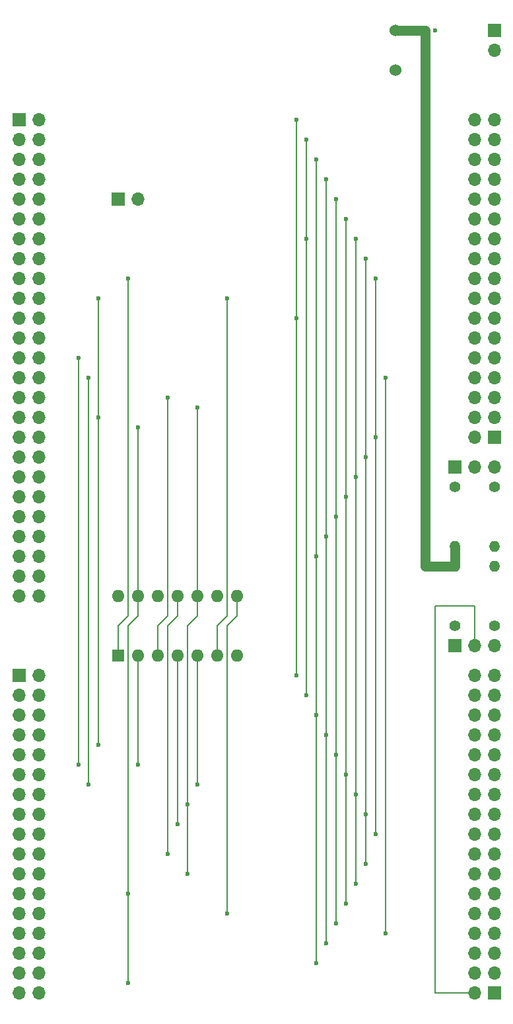
<source format=gbr>
%TF.GenerationSoftware,KiCad,Pcbnew,8.0.4*%
%TF.CreationDate,2024-09-04T22:50:34-05:00*%
%TF.ProjectId,TRS80_Floppy_Adapter,54525338-305f-4466-9c6f-7070795f4164,rev?*%
%TF.SameCoordinates,Original*%
%TF.FileFunction,Copper,L1,Top*%
%TF.FilePolarity,Positive*%
%FSLAX46Y46*%
G04 Gerber Fmt 4.6, Leading zero omitted, Abs format (unit mm)*
G04 Created by KiCad (PCBNEW 8.0.4) date 2024-09-04 22:50:34*
%MOMM*%
%LPD*%
G01*
G04 APERTURE LIST*
%TA.AperFunction,ComponentPad*%
%ADD10R,1.700000X1.700000*%
%TD*%
%TA.AperFunction,ComponentPad*%
%ADD11O,1.700000X1.700000*%
%TD*%
%TA.AperFunction,ComponentPad*%
%ADD12R,1.600000X1.600000*%
%TD*%
%TA.AperFunction,ComponentPad*%
%ADD13O,1.600000X1.600000*%
%TD*%
%TA.AperFunction,ComponentPad*%
%ADD14C,1.400000*%
%TD*%
%TA.AperFunction,ComponentPad*%
%ADD15O,1.400000X1.400000*%
%TD*%
%TA.AperFunction,ComponentPad*%
%ADD16C,1.524000*%
%TD*%
%TA.AperFunction,ViaPad*%
%ADD17C,0.600000*%
%TD*%
%TA.AperFunction,Conductor*%
%ADD18C,1.270000*%
%TD*%
%TA.AperFunction,Conductor*%
%ADD19C,0.200000*%
%TD*%
G04 APERTURE END LIST*
D10*
%TO.P,J3,1,Pin_1*%
%TO.N,Net-(J2-Pin_1)*%
X152400000Y-85090000D03*
D11*
%TO.P,J3,2,Pin_2*%
%TO.N,Net-(J2-Pin_2)*%
X154940000Y-85090000D03*
%TO.P,J3,3,Pin_3*%
%TO.N,Net-(J2-Pin_3)*%
X157480000Y-85090000D03*
%TD*%
D12*
%TO.P,U1,1*%
%TO.N,Net-(TRS80-5inch1-Pin_16)*%
X109220000Y-109220000D03*
D13*
%TO.P,U1,2*%
%TO.N,Net-(PC_5inch2-Pin_14)*%
X111760000Y-109220000D03*
%TO.P,U1,3*%
%TO.N,Net-(PC_5inch2-Pin_10)*%
X114300000Y-109220000D03*
%TO.P,U1,4*%
%TO.N,Net-(TRS80-5inch1-Pin_16)*%
X116840000Y-109220000D03*
%TO.P,U1,5*%
%TO.N,Net-(PC_5inch2-Pin_12)*%
X119380000Y-109220000D03*
%TO.P,U1,6*%
%TO.N,Net-(PC_5inch2-Pin_16)*%
X121920000Y-109220000D03*
%TO.P,U1,7,GND*%
%TO.N,GND*%
X124460000Y-109220000D03*
%TO.P,U1,8*%
%TO.N,Net-(PC_5inch1-Pin_10)*%
X124460000Y-101600000D03*
%TO.P,U1,9*%
%TO.N,Net-(TRS80-5inch1-Pin_16)*%
X121920000Y-101600000D03*
%TO.P,U1,10*%
%TO.N,Net-(PC_5inch1-Pin_14)*%
X119380000Y-101600000D03*
%TO.P,U1,11*%
%TO.N,Net-(PC_5inch1-Pin_16)*%
X116840000Y-101600000D03*
%TO.P,U1,12*%
%TO.N,Net-(TRS80-5inch1-Pin_16)*%
X114300000Y-101600000D03*
%TO.P,U1,13*%
%TO.N,Net-(PC_5inch1-Pin_12)*%
X111760000Y-101600000D03*
%TO.P,U1,14,VCC*%
%TO.N,+5V*%
X109220000Y-101600000D03*
%TD*%
D10*
%TO.P,PC Floppy 1 & 2,1,Pin_1*%
%TO.N,GND*%
X157480000Y-152400000D03*
D11*
%TO.P,PC Floppy 1 & 2,2,Pin_2*%
%TO.N,Net-(J6-Pin_2)*%
X154940000Y-152400000D03*
%TO.P,PC Floppy 1 & 2,3,Pin_3*%
%TO.N,GND*%
X157480000Y-149860000D03*
%TO.P,PC Floppy 1 & 2,4,Pin_4*%
%TO.N,unconnected-(PC_5inch1-Pin_4-Pad4)*%
X154940000Y-149860000D03*
%TO.P,PC Floppy 1 & 2,5,Pin_5*%
%TO.N,GND*%
X157480000Y-147320000D03*
%TO.P,PC Floppy 1 & 2,6,Pin_6*%
%TO.N,unconnected-(PC_5inch1-Pin_6-Pad6)*%
X154940000Y-147320000D03*
%TO.P,PC Floppy 1 & 2,7,Pin_7*%
%TO.N,GND*%
X157480000Y-144780000D03*
%TO.P,PC Floppy 1 & 2,8,Pin_8*%
%TO.N,Net-(PC_5inch1-Pin_8)*%
X154940000Y-144780000D03*
%TO.P,PC Floppy 1 & 2,9,Pin_9*%
%TO.N,GND*%
X157480000Y-142240000D03*
%TO.P,PC Floppy 1 & 2,10,Pin_10*%
%TO.N,Net-(PC_5inch1-Pin_10)*%
X154940000Y-142240000D03*
%TO.P,PC Floppy 1 & 2,11,Pin_11*%
%TO.N,GND*%
X157480000Y-139700000D03*
%TO.P,PC Floppy 1 & 2,12,Pin_12*%
%TO.N,Net-(PC_5inch1-Pin_12)*%
X154940000Y-139700000D03*
%TO.P,PC Floppy 1 & 2,13,Pin_13*%
%TO.N,GND*%
X157480000Y-137160000D03*
%TO.P,PC Floppy 1 & 2,14,Pin_14*%
%TO.N,Net-(PC_5inch1-Pin_14)*%
X154940000Y-137160000D03*
%TO.P,PC Floppy 1 & 2,15,Pin_15*%
%TO.N,GND*%
X157480000Y-134620000D03*
%TO.P,PC Floppy 1 & 2,16,Pin_16*%
%TO.N,Net-(PC_5inch1-Pin_16)*%
X154940000Y-134620000D03*
%TO.P,PC Floppy 1 & 2,17,Pin_17*%
%TO.N,GND*%
X157480000Y-132080000D03*
%TO.P,PC Floppy 1 & 2,18,Pin_18*%
%TO.N,Net-(PC_5inch1-Pin_18)*%
X154940000Y-132080000D03*
%TO.P,PC Floppy 1 & 2,19,Pin_19*%
%TO.N,GND*%
X157480000Y-129540000D03*
%TO.P,PC Floppy 1 & 2,20,Pin_20*%
%TO.N,Net-(PC_5inch1-Pin_20)*%
X154940000Y-129540000D03*
%TO.P,PC Floppy 1 & 2,21,Pin_21*%
%TO.N,GND*%
X157480000Y-127000000D03*
%TO.P,PC Floppy 1 & 2,22,Pin_22*%
%TO.N,Net-(PC_5inch1-Pin_22)*%
X154940000Y-127000000D03*
%TO.P,PC Floppy 1 & 2,23,Pin_23*%
%TO.N,GND*%
X157480000Y-124460000D03*
%TO.P,PC Floppy 1 & 2,24,Pin_24*%
%TO.N,Net-(PC_5inch1-Pin_24)*%
X154940000Y-124460000D03*
%TO.P,PC Floppy 1 & 2,25,Pin_25*%
%TO.N,GND*%
X157480000Y-121920000D03*
%TO.P,PC Floppy 1 & 2,26,Pin_26*%
%TO.N,Net-(PC_5inch1-Pin_26)*%
X154940000Y-121920000D03*
%TO.P,PC Floppy 1 & 2,27,Pin_27*%
%TO.N,GND*%
X157480000Y-119380000D03*
%TO.P,PC Floppy 1 & 2,28,Pin_28*%
%TO.N,Net-(PC_5inch1-Pin_28)*%
X154940000Y-119380000D03*
%TO.P,PC Floppy 1 & 2,29,Pin_29*%
%TO.N,GND*%
X157480000Y-116840000D03*
%TO.P,PC Floppy 1 & 2,30,Pin_30*%
%TO.N,Net-(PC_5inch1-Pin_30)*%
X154940000Y-116840000D03*
%TO.P,PC Floppy 1 & 2,31,Pin_31*%
%TO.N,GND*%
X157480000Y-114300000D03*
%TO.P,PC Floppy 1 & 2,32,Pin_32*%
%TO.N,Net-(PC_5inch1-Pin_32)*%
X154940000Y-114300000D03*
%TO.P,PC Floppy 1 & 2,33,Pin_33*%
%TO.N,GND*%
X157480000Y-111760000D03*
%TO.P,PC Floppy 1 & 2,34,Pin_34*%
%TO.N,Net-(PC_5inch1-Pin_34)*%
X154940000Y-111760000D03*
%TD*%
D14*
%TO.P,R3,1,1*%
%TO.N,Net-(J6-Pin_1)*%
X152400000Y-105410000D03*
D15*
%TO.P,R3,2,2*%
%TO.N,+5V*%
X152400000Y-97790000D03*
%TD*%
D10*
%TO.P,J4,1,Pin_1*%
%TO.N,Net-(J6-Pin_1)*%
X152400000Y-107950000D03*
D11*
%TO.P,J4,2,Pin_2*%
%TO.N,Net-(J6-Pin_2)*%
X154940000Y-107950000D03*
%TO.P,J4,3,Pin_3*%
%TO.N,Net-(J6-Pin_3)*%
X157480000Y-107950000D03*
%TD*%
D10*
%TO.P,PC Floppy 3 & 4,1,Pin_1*%
%TO.N,GND*%
X157480000Y-81280000D03*
D11*
%TO.P,PC Floppy 3 & 4,2,Pin_2*%
%TO.N,Net-(J2-Pin_2)*%
X154940000Y-81280000D03*
%TO.P,PC Floppy 3 & 4,3,Pin_3*%
%TO.N,GND*%
X157480000Y-78740000D03*
%TO.P,PC Floppy 3 & 4,4,Pin_4*%
%TO.N,unconnected-(PC_5inch2-Pin_4-Pad4)*%
X154940000Y-78740000D03*
%TO.P,PC Floppy 3 & 4,5,Pin_5*%
%TO.N,GND*%
X157480000Y-76200000D03*
%TO.P,PC Floppy 3 & 4,6,Pin_6*%
%TO.N,unconnected-(PC_5inch2-Pin_6-Pad6)*%
X154940000Y-76200000D03*
%TO.P,PC Floppy 3 & 4,7,Pin_7*%
%TO.N,GND*%
X157480000Y-73660000D03*
%TO.P,PC Floppy 3 & 4,8,Pin_8*%
%TO.N,Net-(PC_5inch1-Pin_8)*%
X154940000Y-73660000D03*
%TO.P,PC Floppy 3 & 4,9,Pin_9*%
%TO.N,GND*%
X157480000Y-71120000D03*
%TO.P,PC Floppy 3 & 4,10,Pin_10*%
%TO.N,Net-(PC_5inch2-Pin_10)*%
X154940000Y-71120000D03*
%TO.P,PC Floppy 3 & 4,11,Pin_11*%
%TO.N,GND*%
X157480000Y-68580000D03*
%TO.P,PC Floppy 3 & 4,12,Pin_12*%
%TO.N,Net-(PC_5inch2-Pin_12)*%
X154940000Y-68580000D03*
%TO.P,PC Floppy 3 & 4,13,Pin_13*%
%TO.N,GND*%
X157480000Y-66040000D03*
%TO.P,PC Floppy 3 & 4,14,Pin_14*%
%TO.N,Net-(PC_5inch2-Pin_14)*%
X154940000Y-66040000D03*
%TO.P,PC Floppy 3 & 4,15,Pin_15*%
%TO.N,GND*%
X157480000Y-63500000D03*
%TO.P,PC Floppy 3 & 4,16,Pin_16*%
%TO.N,Net-(PC_5inch2-Pin_16)*%
X154940000Y-63500000D03*
%TO.P,PC Floppy 3 & 4,17,Pin_17*%
%TO.N,GND*%
X157480000Y-60960000D03*
%TO.P,PC Floppy 3 & 4,18,Pin_18*%
%TO.N,Net-(PC_5inch1-Pin_18)*%
X154940000Y-60960000D03*
%TO.P,PC Floppy 3 & 4,19,Pin_19*%
%TO.N,GND*%
X157480000Y-58420000D03*
%TO.P,PC Floppy 3 & 4,20,Pin_20*%
%TO.N,Net-(PC_5inch1-Pin_20)*%
X154940000Y-58420000D03*
%TO.P,PC Floppy 3 & 4,21,Pin_21*%
%TO.N,GND*%
X157480000Y-55880000D03*
%TO.P,PC Floppy 3 & 4,22,Pin_22*%
%TO.N,Net-(PC_5inch1-Pin_22)*%
X154940000Y-55880000D03*
%TO.P,PC Floppy 3 & 4,23,Pin_23*%
%TO.N,GND*%
X157480000Y-53340000D03*
%TO.P,PC Floppy 3 & 4,24,Pin_24*%
%TO.N,Net-(PC_5inch1-Pin_24)*%
X154940000Y-53340000D03*
%TO.P,PC Floppy 3 & 4,25,Pin_25*%
%TO.N,GND*%
X157480000Y-50800000D03*
%TO.P,PC Floppy 3 & 4,26,Pin_26*%
%TO.N,Net-(PC_5inch1-Pin_26)*%
X154940000Y-50800000D03*
%TO.P,PC Floppy 3 & 4,27,Pin_27*%
%TO.N,GND*%
X157480000Y-48260000D03*
%TO.P,PC Floppy 3 & 4,28,Pin_28*%
%TO.N,Net-(PC_5inch1-Pin_28)*%
X154940000Y-48260000D03*
%TO.P,PC Floppy 3 & 4,29,Pin_29*%
%TO.N,GND*%
X157480000Y-45720000D03*
%TO.P,PC Floppy 3 & 4,30,Pin_30*%
%TO.N,Net-(PC_5inch1-Pin_30)*%
X154940000Y-45720000D03*
%TO.P,PC Floppy 3 & 4,31,Pin_31*%
%TO.N,GND*%
X157480000Y-43180000D03*
%TO.P,PC Floppy 3 & 4,32,Pin_32*%
%TO.N,Net-(PC_5inch1-Pin_32)*%
X154940000Y-43180000D03*
%TO.P,PC Floppy 3 & 4,33,Pin_33*%
%TO.N,GND*%
X157480000Y-40640000D03*
%TO.P,PC Floppy 3 & 4,34,Pin_34*%
%TO.N,Net-(PC_5inch1-Pin_34)*%
X154940000Y-40640000D03*
%TD*%
D10*
%TO.P,J1,1,Pin_1*%
%TO.N,Net-(J1-Pin_1)*%
X109220000Y-50800000D03*
D11*
%TO.P,J1,2,Pin_2*%
%TO.N,GND*%
X111760000Y-50800000D03*
%TD*%
D14*
%TO.P,R1,1,1*%
%TO.N,Net-(J2-Pin_1)*%
X152400000Y-87630000D03*
D15*
%TO.P,R1,2,2*%
%TO.N,+5V*%
X152400000Y-95250000D03*
%TD*%
D10*
%TO.P,TRS80 - 5.25inch,1,Pin_1*%
%TO.N,GND*%
X96520000Y-111760000D03*
D11*
%TO.P,TRS80 - 5.25inch,2,Pin_2*%
%TO.N,unconnected-(TRS80-5inch1-Pin_2-Pad2)*%
X99060000Y-111760000D03*
%TO.P,TRS80 - 5.25inch,3,Pin_3*%
%TO.N,GND*%
X96520000Y-114300000D03*
%TO.P,TRS80 - 5.25inch,4,Pin_4*%
%TO.N,unconnected-(TRS80-5inch1-Pin_4-Pad4)*%
X99060000Y-114300000D03*
%TO.P,TRS80 - 5.25inch,5,Pin_5*%
%TO.N,GND*%
X96520000Y-116840000D03*
%TO.P,TRS80 - 5.25inch,6,Pin_6*%
%TO.N,unconnected-(TRS80-5inch1-Pin_6-Pad6)*%
X99060000Y-116840000D03*
%TO.P,TRS80 - 5.25inch,7,Pin_7*%
%TO.N,GND*%
X96520000Y-119380000D03*
%TO.P,TRS80 - 5.25inch,8,Pin_8*%
%TO.N,Net-(PC_5inch1-Pin_8)*%
X99060000Y-119380000D03*
%TO.P,TRS80 - 5.25inch,9,Pin_9*%
%TO.N,GND*%
X96520000Y-121920000D03*
%TO.P,TRS80 - 5.25inch,10,Pin_10*%
%TO.N,Net-(PC_5inch2-Pin_14)*%
X99060000Y-121920000D03*
%TO.P,TRS80 - 5.25inch,11,Pin_11*%
%TO.N,GND*%
X96520000Y-124460000D03*
%TO.P,TRS80 - 5.25inch,12,Pin_12*%
%TO.N,Net-(PC_5inch2-Pin_12)*%
X99060000Y-124460000D03*
%TO.P,TRS80 - 5.25inch,13,Pin_13*%
%TO.N,GND*%
X96520000Y-127000000D03*
%TO.P,TRS80 - 5.25inch,14,Pin_14*%
%TO.N,Net-(PC_5inch1-Pin_14)*%
X99060000Y-127000000D03*
%TO.P,TRS80 - 5.25inch,15,Pin_15*%
%TO.N,GND*%
X96520000Y-129540000D03*
%TO.P,TRS80 - 5.25inch,16,Pin_16*%
%TO.N,Net-(TRS80-5inch1-Pin_16)*%
X99060000Y-129540000D03*
%TO.P,TRS80 - 5.25inch,17,Pin_17*%
%TO.N,GND*%
X96520000Y-132080000D03*
%TO.P,TRS80 - 5.25inch,18,Pin_18*%
%TO.N,Net-(PC_5inch1-Pin_18)*%
X99060000Y-132080000D03*
%TO.P,TRS80 - 5.25inch,19,Pin_19*%
%TO.N,GND*%
X96520000Y-134620000D03*
%TO.P,TRS80 - 5.25inch,20,Pin_20*%
%TO.N,Net-(PC_5inch1-Pin_20)*%
X99060000Y-134620000D03*
%TO.P,TRS80 - 5.25inch,21,Pin_21*%
%TO.N,GND*%
X96520000Y-137160000D03*
%TO.P,TRS80 - 5.25inch,22,Pin_22*%
%TO.N,Net-(PC_5inch1-Pin_22)*%
X99060000Y-137160000D03*
%TO.P,TRS80 - 5.25inch,23,Pin_23*%
%TO.N,GND*%
X96520000Y-139700000D03*
%TO.P,TRS80 - 5.25inch,24,Pin_24*%
%TO.N,Net-(PC_5inch1-Pin_24)*%
X99060000Y-139700000D03*
%TO.P,TRS80 - 5.25inch,25,Pin_25*%
%TO.N,GND*%
X96520000Y-142240000D03*
%TO.P,TRS80 - 5.25inch,26,Pin_26*%
%TO.N,Net-(PC_5inch1-Pin_26)*%
X99060000Y-142240000D03*
%TO.P,TRS80 - 5.25inch,27,Pin_27*%
%TO.N,GND*%
X96520000Y-144780000D03*
%TO.P,TRS80 - 5.25inch,28,Pin_28*%
%TO.N,Net-(PC_5inch1-Pin_28)*%
X99060000Y-144780000D03*
%TO.P,TRS80 - 5.25inch,29,Pin_29*%
%TO.N,GND*%
X96520000Y-147320000D03*
%TO.P,TRS80 - 5.25inch,30,Pin_30*%
%TO.N,Net-(PC_5inch1-Pin_30)*%
X99060000Y-147320000D03*
%TO.P,TRS80 - 5.25inch,31,Pin_31*%
%TO.N,GND*%
X96520000Y-149860000D03*
%TO.P,TRS80 - 5.25inch,32,Pin_32*%
%TO.N,Net-(PC_5inch1-Pin_12)*%
X99060000Y-149860000D03*
%TO.P,TRS80 - 5.25inch,33,Pin_33*%
%TO.N,GND*%
X96520000Y-152400000D03*
%TO.P,TRS80 - 5.25inch,34,Pin_34*%
%TO.N,unconnected-(TRS80-5inch1-Pin_34-Pad34)*%
X99060000Y-152400000D03*
%TD*%
D14*
%TO.P,R4,1,1*%
%TO.N,Net-(J6-Pin_3)*%
X157480000Y-105410000D03*
D15*
%TO.P,R4,2,2*%
%TO.N,GND*%
X157480000Y-97790000D03*
%TD*%
D10*
%TO.P,J2,1,Pin_1*%
%TO.N,+5V*%
X157480000Y-29226828D03*
D11*
%TO.P,J2,2,Pin_2*%
%TO.N,GND*%
X157480000Y-31766828D03*
%TD*%
D14*
%TO.P,R2,1,1*%
%TO.N,Net-(J2-Pin_3)*%
X157480000Y-87630000D03*
D15*
%TO.P,R2,2,2*%
%TO.N,GND*%
X157480000Y-95250000D03*
%TD*%
D10*
%TO.P,TRS80 - 8inch,1,Pin_1*%
%TO.N,GND*%
X96520000Y-40640000D03*
D11*
%TO.P,TRS80 - 8inch,2,Pin_2*%
%TO.N,unconnected-(TRS80_8inch1-Pin_2-Pad2)*%
X99060000Y-40640000D03*
%TO.P,TRS80 - 8inch,3,Pin_3*%
%TO.N,GND*%
X96520000Y-43180000D03*
%TO.P,TRS80 - 8inch,4,Pin_4*%
%TO.N,unconnected-(TRS80_8inch1-Pin_4-Pad4)*%
X99060000Y-43180000D03*
%TO.P,TRS80 - 8inch,5,Pin_5*%
%TO.N,GND*%
X96520000Y-45720000D03*
%TO.P,TRS80 - 8inch,6,Pin_6*%
%TO.N,unconnected-(TRS80_8inch1-Pin_6-Pad6)*%
X99060000Y-45720000D03*
%TO.P,TRS80 - 8inch,7,Pin_7*%
%TO.N,GND*%
X96520000Y-48260000D03*
%TO.P,TRS80 - 8inch,8,Pin_8*%
%TO.N,unconnected-(TRS80_8inch1-Pin_8-Pad8)*%
X99060000Y-48260000D03*
%TO.P,TRS80 - 8inch,9,Pin_9*%
%TO.N,GND*%
X96520000Y-50800000D03*
%TO.P,TRS80 - 8inch,10,Pin_10*%
%TO.N,Net-(J1-Pin_1)*%
X99060000Y-50800000D03*
%TO.P,TRS80 - 8inch,11,Pin_11*%
%TO.N,GND*%
X96520000Y-53340000D03*
%TO.P,TRS80 - 8inch,12,Pin_12*%
%TO.N,unconnected-(TRS80_8inch1-Pin_12-Pad12)*%
X99060000Y-53340000D03*
%TO.P,TRS80 - 8inch,13,Pin_13*%
%TO.N,GND*%
X96520000Y-55880000D03*
%TO.P,TRS80 - 8inch,14,Pin_14*%
%TO.N,Net-(PC_5inch1-Pin_32)*%
X99060000Y-55880000D03*
%TO.P,TRS80 - 8inch,15,Pin_15*%
%TO.N,GND*%
X96520000Y-58420000D03*
%TO.P,TRS80 - 8inch,16,Pin_16*%
%TO.N,unconnected-(TRS80_8inch1-Pin_16-Pad16)*%
X99060000Y-58420000D03*
%TO.P,TRS80 - 8inch,17,Pin_17*%
%TO.N,GND*%
X96520000Y-60960000D03*
%TO.P,TRS80 - 8inch,18,Pin_18*%
%TO.N,Net-(TRS80-5inch1-Pin_16)*%
X99060000Y-60960000D03*
%TO.P,TRS80 - 8inch,19,Pin_19*%
%TO.N,GND*%
X96520000Y-63500000D03*
%TO.P,TRS80 - 8inch,20,Pin_20*%
%TO.N,Net-(PC_5inch1-Pin_8)*%
X99060000Y-63500000D03*
%TO.P,TRS80 - 8inch,21,Pin_21*%
%TO.N,GND*%
X96520000Y-66040000D03*
%TO.P,TRS80 - 8inch,22,Pin_22*%
%TO.N,Net-(PC_5inch1-Pin_34)*%
X99060000Y-66040000D03*
%TO.P,TRS80 - 8inch,23,Pin_23*%
%TO.N,GND*%
X96520000Y-68580000D03*
%TO.P,TRS80 - 8inch,24,Pin_24*%
%TO.N,unconnected-(TRS80_8inch1-Pin_24-Pad24)*%
X99060000Y-68580000D03*
%TO.P,TRS80 - 8inch,25,Pin_25*%
%TO.N,GND*%
X96520000Y-71120000D03*
%TO.P,TRS80 - 8inch,26,Pin_26*%
%TO.N,Net-(PC_5inch2-Pin_14)*%
X99060000Y-71120000D03*
%TO.P,TRS80 - 8inch,27,Pin_27*%
%TO.N,GND*%
X96520000Y-73660000D03*
%TO.P,TRS80 - 8inch,28,Pin_28*%
%TO.N,Net-(PC_5inch2-Pin_12)*%
X99060000Y-73660000D03*
%TO.P,TRS80 - 8inch,29,Pin_29*%
%TO.N,GND*%
X96520000Y-76200000D03*
%TO.P,TRS80 - 8inch,30,Pin_30*%
%TO.N,Net-(PC_5inch1-Pin_14)*%
X99060000Y-76200000D03*
%TO.P,TRS80 - 8inch,31,Pin_31*%
%TO.N,GND*%
X96520000Y-78740000D03*
%TO.P,TRS80 - 8inch,32,Pin_32*%
%TO.N,Net-(PC_5inch1-Pin_12)*%
X99060000Y-78740000D03*
%TO.P,TRS80 - 8inch,33,Pin_33*%
%TO.N,GND*%
X96520000Y-81280000D03*
%TO.P,TRS80 - 8inch,34,Pin_34*%
%TO.N,Net-(PC_5inch1-Pin_18)*%
X99060000Y-81280000D03*
%TO.P,TRS80 - 8inch,35,Pin_35*%
%TO.N,GND*%
X96520000Y-83820000D03*
%TO.P,TRS80 - 8inch,36,Pin_36*%
%TO.N,Net-(PC_5inch1-Pin_20)*%
X99060000Y-83820000D03*
%TO.P,TRS80 - 8inch,37,Pin_37*%
%TO.N,GND*%
X96520000Y-86360000D03*
%TO.P,TRS80 - 8inch,38,Pin_38*%
%TO.N,Net-(PC_5inch1-Pin_22)*%
X99060000Y-86360000D03*
%TO.P,TRS80 - 8inch,39,Pin_39*%
%TO.N,GND*%
X96520000Y-88900000D03*
%TO.P,TRS80 - 8inch,40,Pin_40*%
%TO.N,Net-(PC_5inch1-Pin_24)*%
X99060000Y-88900000D03*
%TO.P,TRS80 - 8inch,41,Pin_41*%
%TO.N,GND*%
X96520000Y-91440000D03*
%TO.P,TRS80 - 8inch,42,Pin_42*%
%TO.N,Net-(PC_5inch1-Pin_26)*%
X99060000Y-91440000D03*
%TO.P,TRS80 - 8inch,43,Pin_43*%
%TO.N,GND*%
X96520000Y-93980000D03*
%TO.P,TRS80 - 8inch,44,Pin_44*%
%TO.N,Net-(PC_5inch1-Pin_28)*%
X99060000Y-93980000D03*
%TO.P,TRS80 - 8inch,45,Pin_45*%
%TO.N,GND*%
X96520000Y-96520000D03*
%TO.P,TRS80 - 8inch,46,Pin_46*%
%TO.N,Net-(PC_5inch1-Pin_30)*%
X99060000Y-96520000D03*
%TO.P,TRS80 - 8inch,47,Pin_47*%
%TO.N,GND*%
X96520000Y-99060000D03*
%TO.P,TRS80 - 8inch,48,Pin_48*%
%TO.N,unconnected-(TRS80_8inch1-Pin_48-Pad48)*%
X99060000Y-99060000D03*
%TO.P,TRS80 - 8inch,49,Pin_49*%
%TO.N,GND*%
X96520000Y-101600000D03*
%TO.P,TRS80 - 8inch,50,Pin_50*%
%TO.N,unconnected-(TRS80_8inch1-Pin_50-Pad50)*%
X99060000Y-101600000D03*
%TD*%
D16*
%TO.P,C1,1,1*%
%TO.N,+5V*%
X144780000Y-29226828D03*
%TO.P,C1,2,2*%
%TO.N,GND*%
X144780000Y-34306828D03*
%TD*%
D17*
%TO.N,+5V*%
X149860000Y-29210000D03*
%TO.N,Net-(PC_5inch1-Pin_28)*%
X135890000Y-146050000D03*
X135890000Y-119380000D03*
X135890000Y-93980000D03*
X135890000Y-48260000D03*
%TO.N,Net-(PC_5inch1-Pin_20)*%
X140970000Y-58420000D03*
X140970000Y-83820000D03*
X140970000Y-129540000D03*
X140970000Y-135890000D03*
%TO.N,Net-(PC_5inch1-Pin_18)*%
X142240000Y-132080000D03*
X142240000Y-60960000D03*
X142240000Y-81280000D03*
%TO.N,Net-(PC_5inch1-Pin_22)*%
X139700000Y-138430000D03*
X139700000Y-55880000D03*
X139700000Y-86360000D03*
X139700000Y-127000000D03*
%TO.N,Net-(PC_5inch1-Pin_12)*%
X110490000Y-151130000D03*
X110490000Y-139700000D03*
X111760000Y-80010000D03*
%TO.N,Net-(PC_5inch1-Pin_30)*%
X134620000Y-116840000D03*
X134620000Y-148590000D03*
X134620000Y-96520000D03*
X134620000Y-45720000D03*
%TO.N,Net-(PC_5inch1-Pin_32)*%
X133350000Y-43180000D03*
X133350000Y-55880000D03*
X133350000Y-114300000D03*
%TO.N,Net-(PC_5inch1-Pin_26)*%
X137160000Y-91440000D03*
X137160000Y-121920000D03*
X137160000Y-50800000D03*
X137160000Y-143510000D03*
%TO.N,Net-(PC_5inch1-Pin_34)*%
X132080000Y-66040000D03*
X132080000Y-40640000D03*
X132080000Y-111760000D03*
%TO.N,Net-(PC_5inch1-Pin_24)*%
X138430000Y-140970000D03*
X138430000Y-53340000D03*
X138430000Y-88900000D03*
X138430000Y-124460000D03*
%TO.N,Net-(PC_5inch1-Pin_16)*%
X115570000Y-134620000D03*
%TO.N,Net-(PC_5inch1-Pin_8)*%
X143510000Y-73660000D03*
X106680000Y-78740000D03*
X143510000Y-144780000D03*
X106680000Y-63500000D03*
X106680000Y-120650000D03*
%TO.N,Net-(PC_5inch1-Pin_10)*%
X123190000Y-142240000D03*
%TO.N,Net-(PC_5inch1-Pin_14)*%
X118110000Y-137160000D03*
X119380000Y-77470000D03*
X118110000Y-128270000D03*
%TO.N,Net-(PC_5inch2-Pin_12)*%
X119380000Y-125730000D03*
X105410000Y-73660000D03*
X105410000Y-125730000D03*
%TO.N,Net-(PC_5inch2-Pin_14)*%
X104140000Y-123190000D03*
X104140000Y-71120000D03*
X111760000Y-123190000D03*
%TO.N,Net-(PC_5inch2-Pin_10)*%
X115570000Y-76200000D03*
%TO.N,Net-(PC_5inch2-Pin_16)*%
X123190000Y-63500000D03*
%TO.N,Net-(TRS80-5inch1-Pin_16)*%
X116840000Y-130810000D03*
X110490000Y-60960000D03*
%TD*%
D18*
%TO.N,+5V*%
X152400000Y-97790000D02*
X152400000Y-95250000D01*
X148590000Y-29210000D02*
X148590000Y-97790000D01*
X148590000Y-97790000D02*
X152400000Y-97790000D01*
X148573172Y-29226828D02*
X148590000Y-29210000D01*
X144780000Y-29226828D02*
X148573172Y-29226828D01*
D19*
%TO.N,Net-(J6-Pin_2)*%
X149860000Y-152400000D02*
X149860000Y-102870000D01*
X154940000Y-152400000D02*
X149860000Y-152400000D01*
X154940000Y-107950000D02*
X154940000Y-102870000D01*
X149860000Y-102870000D02*
X154940000Y-102870000D01*
%TO.N,Net-(PC_5inch1-Pin_28)*%
X135890000Y-119380000D02*
X135890000Y-146050000D01*
X135890000Y-48260000D02*
X135890000Y-119380000D01*
%TO.N,Net-(PC_5inch1-Pin_20)*%
X140970000Y-129540000D02*
X140970000Y-135890000D01*
X140970000Y-58420000D02*
X140970000Y-83820000D01*
X140970000Y-83820000D02*
X140970000Y-129540000D01*
%TO.N,Net-(PC_5inch1-Pin_18)*%
X142240000Y-81280000D02*
X142240000Y-60960000D01*
X142240000Y-132080000D02*
X142240000Y-81280000D01*
%TO.N,Net-(PC_5inch1-Pin_22)*%
X139700000Y-86360000D02*
X139700000Y-55880000D01*
X139700000Y-127000000D02*
X139700000Y-138430000D01*
X139700000Y-127000000D02*
X139700000Y-86360000D01*
%TO.N,Net-(PC_5inch1-Pin_12)*%
X111760000Y-104140000D02*
X110490000Y-105410000D01*
X110490000Y-139700000D02*
X110490000Y-151130000D01*
X111760000Y-101600000D02*
X111760000Y-104140000D01*
X111760000Y-80010000D02*
X111760000Y-101600000D01*
X110490000Y-105410000D02*
X110490000Y-139700000D01*
%TO.N,Net-(PC_5inch1-Pin_30)*%
X134620000Y-116840000D02*
X134620000Y-148590000D01*
X134620000Y-116840000D02*
X134620000Y-45720000D01*
%TO.N,Net-(PC_5inch1-Pin_32)*%
X133350000Y-43180000D02*
X133350000Y-114300000D01*
%TO.N,Net-(PC_5inch1-Pin_26)*%
X137160000Y-121920000D02*
X137160000Y-143510000D01*
X137160000Y-121920000D02*
X137160000Y-50800000D01*
%TO.N,Net-(PC_5inch1-Pin_34)*%
X132080000Y-40640000D02*
X132080000Y-66040000D01*
X132080000Y-111760000D02*
X132080000Y-66040000D01*
%TO.N,Net-(PC_5inch1-Pin_24)*%
X138430000Y-124460000D02*
X138430000Y-140970000D01*
X138430000Y-88900000D02*
X138430000Y-90170000D01*
X138430000Y-90170000D02*
X138430000Y-124460000D01*
X138430000Y-53340000D02*
X138430000Y-88900000D01*
%TO.N,Net-(PC_5inch1-Pin_16)*%
X116840000Y-101600000D02*
X116840000Y-104140000D01*
X116840000Y-104140000D02*
X115570000Y-105410000D01*
X115570000Y-105410000D02*
X115570000Y-134620000D01*
%TO.N,Net-(PC_5inch1-Pin_8)*%
X106680000Y-78740000D02*
X106680000Y-120650000D01*
X106680000Y-63500000D02*
X106680000Y-78740000D01*
X143510000Y-73660000D02*
X143510000Y-144780000D01*
%TO.N,Net-(PC_5inch1-Pin_10)*%
X124460000Y-104140000D02*
X123190000Y-105410000D01*
X123190000Y-105410000D02*
X123190000Y-142240000D01*
X124460000Y-101600000D02*
X124460000Y-104140000D01*
%TO.N,Net-(PC_5inch1-Pin_14)*%
X119380000Y-101600000D02*
X119380000Y-77470000D01*
X119380000Y-104140000D02*
X118110000Y-105410000D01*
X118110000Y-128270000D02*
X118110000Y-137160000D01*
X118110000Y-105410000D02*
X118110000Y-128270000D01*
X119380000Y-101600000D02*
X119380000Y-104140000D01*
%TO.N,Net-(PC_5inch2-Pin_12)*%
X119380000Y-109220000D02*
X119380000Y-125730000D01*
X105410000Y-73660000D02*
X105410000Y-125730000D01*
%TO.N,Net-(PC_5inch2-Pin_14)*%
X104140000Y-71120000D02*
X104140000Y-123190000D01*
X111760000Y-123190000D02*
X111760000Y-109220000D01*
%TO.N,Net-(PC_5inch2-Pin_10)*%
X115570000Y-104140000D02*
X115570000Y-76200000D01*
X114300000Y-109220000D02*
X114300000Y-105410000D01*
X114300000Y-105410000D02*
X115570000Y-104140000D01*
%TO.N,Net-(PC_5inch2-Pin_16)*%
X121920000Y-109220000D02*
X121920000Y-105410000D01*
X121920000Y-105410000D02*
X123190000Y-104140000D01*
X123190000Y-104140000D02*
X123190000Y-63500000D01*
%TO.N,Net-(TRS80-5inch1-Pin_16)*%
X110490000Y-62230000D02*
X110490000Y-60960000D01*
X109220000Y-105410000D02*
X109220000Y-109220000D01*
X110490000Y-104140000D02*
X109220000Y-105410000D01*
X116840000Y-130810000D02*
X116840000Y-109220000D01*
X110490000Y-62230000D02*
X110490000Y-104140000D01*
%TD*%
M02*

</source>
